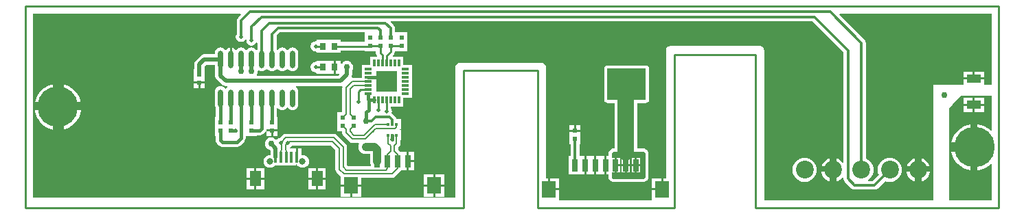
<source format=gtl>
%FSLAX25Y25*%
%MOIN*%
G70*
G01*
G75*
G04 Layer_Physical_Order=1*
G04 Layer_Color=255*
%ADD10R,0.03150X0.05906*%
%ADD11R,0.07087X0.07874*%
%ADD12R,0.07087X0.03937*%
%ADD13R,0.02362X0.02362*%
%ADD14R,0.01654X0.05315*%
%ADD15R,0.05512X0.07480*%
%ADD16R,0.01200X0.01800*%
%ADD17R,0.02756X0.03347*%
%ADD18R,0.10236X0.10236*%
%ADD19R,0.01200X0.03400*%
%ADD20R,0.03400X0.01200*%
%ADD21O,0.02362X0.08661*%
%ADD22C,0.08000*%
%ADD23C,0.01500*%
%ADD24C,0.02000*%
%ADD25C,0.01000*%
%ADD26C,0.01200*%
%ADD27C,0.00800*%
%ADD28C,0.04000*%
%ADD29C,0.05000*%
%ADD30R,0.07218X0.03143*%
%ADD31R,0.03500X0.16700*%
%ADD32R,0.14100X0.03143*%
%ADD33R,0.13100X0.05000*%
%ADD34R,0.03800X0.29600*%
%ADD35R,0.05600X0.30100*%
%ADD36R,0.26100X0.04400*%
%ADD37R,0.18600X0.15300*%
%ADD38C,0.19685*%
%ADD39C,0.08661*%
%ADD40C,0.03228*%
%ADD41C,0.03000*%
%ADD42C,0.02000*%
%ADD43C,0.04000*%
G36*
X469061Y-38300D02*
X465343D01*
Y-35905D01*
X455257D01*
Y-38300D01*
X440800D01*
X440700Y-38400D01*
Y-40200D01*
Y-94761D01*
X358539D01*
Y-21600D01*
X358384Y-20820D01*
X357942Y-20158D01*
X357280Y-19716D01*
X356500Y-19561D01*
X312900D01*
X312120Y-19716D01*
X311458Y-20158D01*
X311016Y-20820D01*
X310861Y-21600D01*
Y-83974D01*
X309623D01*
Y-89412D01*
X309124D01*
Y-89911D01*
X304080D01*
Y-94761D01*
X259048D01*
Y-89911D01*
X254004D01*
Y-89412D01*
X253505D01*
Y-83974D01*
X252739D01*
Y-29700D01*
X252584Y-28920D01*
X252142Y-28258D01*
X251480Y-27816D01*
X250700Y-27661D01*
X210700D01*
X209920Y-27816D01*
X209258Y-28258D01*
X208816Y-28920D01*
X208661Y-29700D01*
Y-93561D01*
X3739D01*
Y-3739D01*
X104379D01*
X104571Y-4201D01*
X103186Y-5586D01*
X102722Y-6281D01*
X102559Y-7100D01*
Y-13705D01*
X102345Y-14025D01*
X102151Y-15000D01*
X102345Y-15976D01*
X102898Y-16802D01*
X103725Y-17355D01*
X104700Y-17549D01*
X105675Y-17355D01*
X106502Y-16802D01*
X106827Y-16316D01*
X107289Y-16507D01*
X107251Y-16700D01*
X107445Y-17675D01*
X107998Y-18502D01*
X108825Y-19055D01*
X109800Y-19249D01*
X110775Y-19055D01*
X111602Y-18502D01*
X112080Y-17787D01*
X112559Y-17932D01*
Y-18200D01*
Y-21288D01*
X112450Y-21430D01*
X111950D01*
X111612Y-20989D01*
X111052Y-20560D01*
X110400Y-20290D01*
X109700Y-20197D01*
X109000Y-20290D01*
X108348Y-20560D01*
X107788Y-20989D01*
X107450Y-21430D01*
X106950D01*
X106612Y-20989D01*
X106052Y-20560D01*
X105400Y-20290D01*
X104700Y-20197D01*
X104000Y-20290D01*
X103348Y-20560D01*
X102788Y-20989D01*
X102450Y-21430D01*
X101950D01*
X101612Y-20989D01*
X101052Y-20560D01*
X100400Y-20290D01*
X100200Y-20263D01*
Y-26052D01*
X99200D01*
Y-20263D01*
X99000Y-20290D01*
X98348Y-20560D01*
X97788Y-20989D01*
X97450Y-21430D01*
X96950D01*
X96612Y-20989D01*
X96052Y-20560D01*
X95400Y-20290D01*
X94700Y-20197D01*
X94000Y-20290D01*
X93348Y-20560D01*
X92788Y-20989D01*
X92358Y-21549D01*
X92088Y-22202D01*
X91996Y-22902D01*
Y-23502D01*
X86749D01*
X85773Y-23696D01*
X84946Y-24249D01*
X82598Y-26598D01*
X82045Y-27424D01*
X81851Y-28400D01*
Y-30682D01*
X81719D01*
Y-36044D01*
Y-36800D01*
X87081D01*
Y-36044D01*
Y-30682D01*
X86949D01*
Y-29456D01*
X87805Y-28600D01*
X91996D01*
Y-29201D01*
X92088Y-29901D01*
X92151Y-30053D01*
Y-34000D01*
X92151Y-34000D01*
X92151D01*
X92345Y-34975D01*
X92898Y-35802D01*
X95398Y-38302D01*
X96224Y-38855D01*
X97200Y-39049D01*
X98102D01*
X98263Y-39522D01*
X97788Y-39887D01*
X97450Y-40327D01*
X96950D01*
X96612Y-39887D01*
X96052Y-39457D01*
X95400Y-39187D01*
X94700Y-39095D01*
X94000Y-39187D01*
X93348Y-39457D01*
X92788Y-39887D01*
X92358Y-40447D01*
X92088Y-41099D01*
X91996Y-41799D01*
Y-48098D01*
X92088Y-48798D01*
X92306Y-49325D01*
Y-54119D01*
X91919D01*
Y-59481D01*
Y-63418D01*
X92306D01*
Y-65300D01*
X92481Y-66178D01*
X92978Y-66922D01*
X93978Y-67922D01*
X93978D01*
X93978Y-67922D01*
X93978Y-67922D01*
Y-67922D01*
X94722Y-68419D01*
X95600Y-68594D01*
X102700D01*
X103578Y-68419D01*
X104322Y-67922D01*
X104322Y-67922D01*
X104322Y-67922D01*
X106322Y-65922D01*
X106819Y-65178D01*
X106994Y-64300D01*
Y-63418D01*
X107019D01*
Y-63418D01*
X112381D01*
Y-63031D01*
X113663D01*
X114541Y-62856D01*
X115285Y-62359D01*
X116322Y-61322D01*
X116540Y-60996D01*
X117019Y-61141D01*
Y-60237D01*
X122381D01*
Y-59481D01*
Y-54119D01*
X121994D01*
Y-49754D01*
X122468Y-49593D01*
X122788Y-50011D01*
X123348Y-50440D01*
X124000Y-50710D01*
X124700Y-50803D01*
X125400Y-50710D01*
X126052Y-50440D01*
X126612Y-50011D01*
X126950Y-49570D01*
X127450D01*
X127788Y-50011D01*
X128348Y-50440D01*
X129000Y-50710D01*
X129700Y-50803D01*
X130400Y-50710D01*
X131052Y-50440D01*
X131612Y-50011D01*
X132042Y-49450D01*
X132312Y-48798D01*
X132404Y-48098D01*
Y-41799D01*
X132312Y-41099D01*
X132042Y-40447D01*
X131612Y-39887D01*
X131137Y-39522D01*
X131298Y-39049D01*
X152900D01*
X153542Y-38921D01*
X153895Y-39275D01*
X153813Y-39689D01*
Y-51682D01*
X151419D01*
Y-57044D01*
Y-60981D01*
X153813D01*
Y-61846D01*
X153813Y-61846D01*
X153813D01*
X153960Y-62587D01*
X154380Y-63215D01*
X157335Y-66170D01*
X157963Y-66590D01*
X158704Y-66737D01*
X161733D01*
X162011Y-67153D01*
X161790Y-67686D01*
X161670Y-68600D01*
X161790Y-69514D01*
X162143Y-70365D01*
X162704Y-71096D01*
X163435Y-71657D01*
X164286Y-72010D01*
X165200Y-72130D01*
X167270D01*
Y-75669D01*
X167390Y-76582D01*
X167725Y-77391D01*
Y-78040D01*
X156630D01*
X156137Y-77548D01*
Y-68654D01*
X155990Y-67913D01*
X155570Y-67285D01*
X151115Y-62830D01*
X150487Y-62410D01*
X149746Y-62263D01*
X126406D01*
X125665Y-62410D01*
X125036Y-62830D01*
X123495Y-64372D01*
X122874Y-64495D01*
X122048Y-65048D01*
X121988Y-65137D01*
X121488Y-65154D01*
X121340Y-64960D01*
X120713Y-64480D01*
X119983Y-64177D01*
X119200Y-64074D01*
X118417Y-64177D01*
X117687Y-64480D01*
X117060Y-64960D01*
X116579Y-65587D01*
X116277Y-66317D01*
X116174Y-67100D01*
X116277Y-67883D01*
X116579Y-68613D01*
X117060Y-69240D01*
X117687Y-69721D01*
X118417Y-70023D01*
X118533Y-70038D01*
X118933Y-70438D01*
Y-72444D01*
X118726Y-72626D01*
X117913Y-72733D01*
X117156Y-73047D01*
X116505Y-73546D01*
X116006Y-74196D01*
X115692Y-74954D01*
X115585Y-75767D01*
X115692Y-76580D01*
X116006Y-77337D01*
X116505Y-77988D01*
X117156Y-78487D01*
X117913Y-78801D01*
X118726Y-78908D01*
X119539Y-78801D01*
X120297Y-78487D01*
X120947Y-77988D01*
X121047Y-77858D01*
X131486D01*
Y-76692D01*
X131754Y-77337D01*
X132153Y-77858D01*
X132153D01*
X132253Y-77988D01*
X132904Y-78487D01*
X133661Y-78801D01*
X134474Y-78908D01*
X135287Y-78801D01*
X136045Y-78487D01*
X136695Y-77988D01*
X137194Y-77337D01*
X137508Y-76580D01*
X137615Y-75767D01*
X137508Y-74954D01*
X137194Y-74196D01*
X136695Y-73546D01*
X136045Y-73047D01*
X135287Y-72733D01*
X134474Y-72626D01*
X134421Y-72633D01*
X134045Y-72303D01*
Y-69542D01*
X132218D01*
Y-73591D01*
X132134Y-73701D01*
D01*
X131754Y-74196D01*
X131486Y-74842D01*
Y-73701D01*
Y-69542D01*
X128457D01*
X128312Y-69064D01*
X129002Y-68602D01*
X129447Y-67937D01*
X148198D01*
X150463Y-70202D01*
Y-79700D01*
X150463Y-79700D01*
X150463D01*
X150610Y-80441D01*
X151030Y-81070D01*
X152961Y-83001D01*
Y-86980D01*
X163048D01*
Y-83787D01*
X177892D01*
X178634Y-83640D01*
X179262Y-83220D01*
X180441Y-82041D01*
X182012Y-80470D01*
X182245Y-80121D01*
X185064D01*
Y-75669D01*
Y-71216D01*
X182203D01*
X182012Y-70930D01*
X181019Y-69937D01*
Y-68802D01*
X181470Y-68352D01*
X181890Y-67723D01*
X182037Y-66982D01*
Y-65358D01*
X182200D01*
Y-60558D01*
X181875D01*
X181639Y-60116D01*
X181717Y-60000D01*
X182200D01*
Y-55200D01*
X180182D01*
X180078Y-54681D01*
X179614Y-53986D01*
X178314Y-52686D01*
X177738Y-52301D01*
X177755Y-52276D01*
X177949Y-51300D01*
X177755Y-50324D01*
X177439Y-49852D01*
Y-48950D01*
X183405D01*
Y-44805D01*
X187550D01*
Y-42837D01*
Y-40868D01*
Y-38900D01*
Y-36931D01*
Y-32732D01*
Y-28795D01*
X183405D01*
Y-24650D01*
X178387D01*
X178196Y-24188D01*
X178642Y-23742D01*
X178642Y-23742D01*
X178907Y-23345D01*
X179084Y-23080D01*
X179239Y-22300D01*
Y-21981D01*
X185181D01*
Y-18044D01*
Y-12682D01*
X179341D01*
Y-10900D01*
X179178Y-10081D01*
X178714Y-9386D01*
X177231Y-7903D01*
X177422Y-7441D01*
X382013D01*
X397059Y-22487D01*
Y-76156D01*
X396588Y-76324D01*
X396122Y-75757D01*
X395235Y-75029D01*
X394222Y-74487D01*
X393123Y-74154D01*
X392479Y-74090D01*
Y-79901D01*
Y-85710D01*
X393123Y-85646D01*
X394222Y-85313D01*
X395235Y-84772D01*
X396122Y-84043D01*
X396588Y-83476D01*
X397059Y-83644D01*
Y-84200D01*
X397222Y-85019D01*
X397222Y-85019D01*
X397222Y-85019D01*
X397686Y-85714D01*
X400886Y-88914D01*
X401581Y-89378D01*
X401581Y-89378D01*
X401581Y-89378D01*
D01*
X401581Y-89378D01*
X401581Y-89378D01*
X402400Y-89541D01*
X412039D01*
X412858Y-89378D01*
X413553Y-88914D01*
X413553Y-88914D01*
X413553Y-88914D01*
X417203Y-85263D01*
X417297Y-85313D01*
X418396Y-85646D01*
X419539Y-85759D01*
X420682Y-85646D01*
X421781Y-85313D01*
X422794Y-84772D01*
X423681Y-84043D01*
X424410Y-83155D01*
X424952Y-82142D01*
X425285Y-81043D01*
X425397Y-79900D01*
X425285Y-78757D01*
X424952Y-77658D01*
X424410Y-76645D01*
X423681Y-75757D01*
X422794Y-75029D01*
X421781Y-74487D01*
X420682Y-74154D01*
X419539Y-74041D01*
X418396Y-74154D01*
X417297Y-74487D01*
X416284Y-75029D01*
X415396Y-75757D01*
X414667Y-76645D01*
X414126Y-77658D01*
X413792Y-78757D01*
X413680Y-79900D01*
X413792Y-81043D01*
X414126Y-82142D01*
X414175Y-82235D01*
X411152Y-85259D01*
X409131D01*
X409010Y-84774D01*
X409014Y-84772D01*
X409902Y-84043D01*
X410631Y-83155D01*
X411172Y-82142D01*
X411505Y-81043D01*
X411618Y-79900D01*
X411505Y-78757D01*
X411172Y-77658D01*
X410631Y-76645D01*
X409902Y-75757D01*
X409014Y-75029D01*
X408001Y-74487D01*
X407900Y-74456D01*
Y-17959D01*
X407737Y-17140D01*
X407273Y-16445D01*
X395029Y-4201D01*
X395220Y-3739D01*
X469061D01*
Y-38300D01*
D02*
G37*
G36*
Y-60585D02*
X468607Y-60794D01*
X467317Y-59693D01*
X465795Y-58760D01*
X464146Y-58077D01*
X462410Y-57660D01*
X461130Y-57559D01*
Y-68899D01*
Y-80236D01*
X462410Y-80135D01*
X464146Y-79718D01*
X465795Y-79035D01*
X467317Y-78102D01*
X468607Y-77001D01*
X469061Y-77210D01*
Y-94761D01*
X448400D01*
Y-62000D01*
Y-50106D01*
X451734Y-46141D01*
X453886Y-43584D01*
X469061D01*
Y-60585D01*
D02*
G37*
G36*
X164719Y-17565D02*
X153006D01*
Y-16431D01*
X147454D01*
X147453Y-16431D01*
Y-16431D01*
X147250Y-16431D01*
X147175D01*
X147100D01*
X146896Y-16431D01*
X146896Y-16431D01*
Y-16431D01*
X141344D01*
Y-16749D01*
X140958Y-17066D01*
X140904Y-17055D01*
X139929Y-17249D01*
X139102Y-17802D01*
X138549Y-18629D01*
X138355Y-19604D01*
X138549Y-20580D01*
X139102Y-21407D01*
X139929Y-21959D01*
X140904Y-22153D01*
X140958Y-22142D01*
X141344Y-22460D01*
Y-22777D01*
X147100D01*
Y-22777D01*
X147250D01*
X147453Y-22777D01*
X147454Y-22777D01*
Y-22777D01*
X153006D01*
Y-21643D01*
X164719D01*
Y-21981D01*
X170161D01*
Y-22800D01*
X170316Y-23580D01*
X170736Y-24209D01*
X170500Y-24650D01*
X167394D01*
Y-28795D01*
X163250D01*
Y-32994D01*
Y-34947D01*
X158554D01*
X158525Y-34953D01*
X158247Y-34537D01*
X158355Y-34376D01*
X158549Y-33400D01*
X158549Y-33400D01*
X158549Y-33400D01*
Y-33400D01*
Y-31406D01*
X158621Y-31313D01*
X158923Y-30583D01*
X159026Y-29800D01*
X158923Y-29017D01*
X158621Y-28287D01*
X158140Y-27660D01*
X157513Y-27180D01*
X156783Y-26877D01*
X156000Y-26774D01*
X155217Y-26877D01*
X154487Y-27180D01*
X153860Y-27660D01*
X153512Y-28114D01*
X153039Y-27954D01*
Y-26605D01*
X150661D01*
Y-29779D01*
Y-32951D01*
X152191D01*
X152382Y-33413D01*
X151844Y-33951D01*
X112396D01*
X112175Y-33503D01*
X112320Y-33313D01*
X112623Y-32583D01*
X112726Y-31800D01*
X112704Y-31631D01*
X113137Y-31381D01*
X113348Y-31543D01*
X114000Y-31813D01*
X114700Y-31905D01*
X115400Y-31813D01*
X116052Y-31543D01*
X116612Y-31113D01*
X116950Y-30673D01*
X117450D01*
X117788Y-31113D01*
X118348Y-31543D01*
X119000Y-31813D01*
X119700Y-31905D01*
X120400Y-31813D01*
X121052Y-31543D01*
X121612Y-31113D01*
X121950Y-30673D01*
X122450D01*
X122788Y-31113D01*
X123348Y-31543D01*
X124000Y-31813D01*
X124700Y-31905D01*
X125400Y-31813D01*
X126052Y-31543D01*
X126612Y-31113D01*
X126950Y-30673D01*
X127450D01*
X127788Y-31113D01*
X128348Y-31543D01*
X129000Y-31813D01*
X129700Y-31905D01*
X130400Y-31813D01*
X131052Y-31543D01*
X131612Y-31113D01*
X132042Y-30553D01*
X132312Y-29901D01*
X132404Y-29201D01*
Y-22902D01*
X132312Y-22202D01*
X132042Y-21549D01*
X131612Y-20989D01*
X131052Y-20560D01*
X130400Y-20290D01*
X129700Y-20197D01*
X129000Y-20290D01*
X128348Y-20560D01*
X127788Y-20989D01*
X127450Y-21430D01*
X126950D01*
X126612Y-20989D01*
X126052Y-20560D01*
X125400Y-20290D01*
X124700Y-20197D01*
X124000Y-20290D01*
X123348Y-20560D01*
X122788Y-20989D01*
X122450Y-21430D01*
X121950D01*
X121841Y-21288D01*
Y-18700D01*
Y-14487D01*
X123487Y-12841D01*
X164719D01*
Y-17565D01*
D02*
G37*
%LPC*%
G36*
X115852Y-78991D02*
X112097D01*
Y-83732D01*
X115852D01*
Y-78991D01*
D02*
G37*
G36*
X141018D02*
X137262D01*
Y-83732D01*
X141018D01*
Y-78991D01*
D02*
G37*
G36*
X432818Y-80400D02*
X427508D01*
X427572Y-81043D01*
X427905Y-82142D01*
X428447Y-83155D01*
X429175Y-84043D01*
X430063Y-84772D01*
X431076Y-85313D01*
X432175Y-85646D01*
X432818Y-85710D01*
Y-80400D01*
D02*
G37*
G36*
X439128D02*
X433818D01*
Y-85710D01*
X434461Y-85646D01*
X435560Y-85313D01*
X436573Y-84772D01*
X437461Y-84043D01*
X438190Y-83155D01*
X438731Y-82142D01*
X439065Y-81043D01*
X439128Y-80400D01*
D02*
G37*
G36*
X111097Y-78991D02*
X107341D01*
Y-83732D01*
X111097D01*
Y-78991D01*
D02*
G37*
G36*
X460130Y-69398D02*
X449292D01*
X449392Y-70678D01*
X449809Y-72413D01*
X450492Y-74063D01*
X451425Y-75585D01*
X452585Y-76943D01*
X453942Y-78102D01*
X455465Y-79035D01*
X457114Y-79718D01*
X458850Y-80135D01*
X460130Y-80236D01*
Y-69398D01*
D02*
G37*
G36*
X188639Y-76169D02*
X186064D01*
Y-80121D01*
X188639D01*
Y-76169D01*
D02*
G37*
G36*
X391479Y-74090D02*
X390837Y-74154D01*
X389737Y-74487D01*
X388724Y-75029D01*
X387837Y-75757D01*
X387108Y-76645D01*
X386567Y-77658D01*
X386233Y-78757D01*
X386170Y-79400D01*
X391479D01*
Y-74090D01*
D02*
G37*
G36*
X281064Y-73147D02*
X277143D01*
Y-77601D01*
Y-82053D01*
X281064D01*
Y-77601D01*
Y-73147D01*
D02*
G37*
G36*
X145774Y-78991D02*
X142018D01*
Y-83732D01*
X145774D01*
Y-78991D01*
D02*
G37*
G36*
X269456Y-61300D02*
X264094D01*
Y-63481D01*
Y-67418D01*
X264634D01*
Y-73147D01*
X263725D01*
Y-82053D01*
X271221D01*
Y-77601D01*
Y-73147D01*
X268916D01*
Y-67418D01*
X269456D01*
Y-63481D01*
Y-61300D01*
D02*
G37*
G36*
X276143Y-73147D02*
X272221D01*
Y-77601D01*
Y-82053D01*
X276143D01*
Y-77601D01*
Y-73147D01*
D02*
G37*
G36*
X391479Y-80400D02*
X386170D01*
X386233Y-81043D01*
X386567Y-82142D01*
X387108Y-83155D01*
X387837Y-84043D01*
X388724Y-84772D01*
X389737Y-85313D01*
X390837Y-85646D01*
X391479Y-85710D01*
Y-80400D01*
D02*
G37*
G36*
X111097Y-84732D02*
X107341D01*
Y-89472D01*
X111097D01*
Y-84732D01*
D02*
G37*
G36*
X115852D02*
X112097D01*
Y-89472D01*
X115852D01*
Y-84732D01*
D02*
G37*
G36*
X141018D02*
X137262D01*
Y-89472D01*
X141018D01*
Y-84732D01*
D02*
G37*
G36*
X203402Y-87980D02*
X198859D01*
Y-92917D01*
X203402D01*
Y-87980D01*
D02*
G37*
G36*
X157505D02*
X152961D01*
Y-92917D01*
X157505D01*
Y-87980D01*
D02*
G37*
G36*
X163048D02*
X158505D01*
Y-92917D01*
X163048D01*
Y-87980D01*
D02*
G37*
G36*
X197859D02*
X193316D01*
Y-92917D01*
X197859D01*
Y-87980D01*
D02*
G37*
G36*
X203402Y-82042D02*
X198859D01*
Y-86980D01*
X203402D01*
Y-82042D01*
D02*
G37*
G36*
X301100Y-28971D02*
X282500D01*
X281915Y-29087D01*
X281419Y-29419D01*
X281087Y-29915D01*
X280971Y-30500D01*
Y-45800D01*
X281087Y-46385D01*
X281419Y-46881D01*
X281915Y-47213D01*
X282500Y-47329D01*
X285859D01*
Y-50500D01*
Y-69471D01*
X285308D01*
X285069Y-69518D01*
X284826Y-69549D01*
X284778Y-69576D01*
X284723Y-69587D01*
X284520Y-69723D01*
X284307Y-69844D01*
X283614Y-70444D01*
X283614Y-70444D01*
D01*
X283499Y-70544D01*
X283465Y-70588D01*
X283419Y-70619D01*
X283283Y-70822D01*
X283133Y-71015D01*
X283118Y-71069D01*
X283087Y-71115D01*
X283039Y-71355D01*
X282975Y-71590D01*
X282981Y-71645D01*
X282971Y-71700D01*
Y-73147D01*
X282064D01*
Y-77601D01*
Y-82053D01*
X282971D01*
Y-83600D01*
X282981Y-83654D01*
X282975Y-83710D01*
X283039Y-83945D01*
X283087Y-84185D01*
X283118Y-84232D01*
X283133Y-84285D01*
X283283Y-84478D01*
X283419Y-84681D01*
X283465Y-84712D01*
X283499Y-84756D01*
X284076Y-85256D01*
X284076Y-85256D01*
X284307Y-85456D01*
X284520Y-85577D01*
X284723Y-85713D01*
X284778Y-85724D01*
X284826Y-85751D01*
X285069Y-85782D01*
X285308Y-85829D01*
X299976D01*
X300216Y-85782D01*
X300459Y-85751D01*
X300507Y-85724D01*
X300561Y-85713D01*
X300765Y-85577D01*
X300977Y-85456D01*
X301555Y-84956D01*
X301555Y-84956D01*
X301901Y-84656D01*
X301935Y-84612D01*
X301981Y-84581D01*
X302117Y-84378D01*
X302267Y-84185D01*
X302282Y-84131D01*
X302313Y-84085D01*
X302361Y-83845D01*
X302426Y-83610D01*
X302418Y-83555D01*
X302429Y-83500D01*
Y-81200D01*
Y-71600D01*
X302418Y-71545D01*
X302426Y-71490D01*
X302361Y-71255D01*
X302313Y-71015D01*
X302282Y-70969D01*
X302267Y-70915D01*
X302117Y-70722D01*
X301981Y-70519D01*
X301935Y-70488D01*
X301901Y-70444D01*
X301208Y-69844D01*
X300996Y-69723D01*
X300792Y-69587D01*
X300738Y-69576D01*
X300690Y-69549D01*
X300447Y-69518D01*
X300207Y-69471D01*
X296954D01*
Y-50500D01*
Y-47329D01*
X301100D01*
X301685Y-47213D01*
X302181Y-46881D01*
X302513Y-46385D01*
X302629Y-45800D01*
Y-30500D01*
X302513Y-29915D01*
X302181Y-29419D01*
X301685Y-29087D01*
X301100Y-28971D01*
D02*
G37*
G36*
X378200Y-74041D02*
X377057Y-74154D01*
X375958Y-74487D01*
X374945Y-75029D01*
X374057Y-75757D01*
X373328Y-76645D01*
X372787Y-77658D01*
X372454Y-78757D01*
X372341Y-79900D01*
X372454Y-81043D01*
X372787Y-82142D01*
X373328Y-83155D01*
X374057Y-84043D01*
X374945Y-84772D01*
X375958Y-85313D01*
X377057Y-85646D01*
X378200Y-85759D01*
X379343Y-85646D01*
X380442Y-85313D01*
X381455Y-84772D01*
X382343Y-84043D01*
X383071Y-83155D01*
X383613Y-82142D01*
X383946Y-81043D01*
X384059Y-79900D01*
X383946Y-78757D01*
X383613Y-77658D01*
X383071Y-76645D01*
X382343Y-75757D01*
X381455Y-75029D01*
X380442Y-74487D01*
X379343Y-74154D01*
X378200Y-74041D01*
D02*
G37*
G36*
X197859Y-82042D02*
X193316D01*
Y-86980D01*
X197859D01*
Y-82042D01*
D02*
G37*
G36*
X145774Y-84732D02*
X142018D01*
Y-89472D01*
X145774D01*
Y-84732D01*
D02*
G37*
G36*
X259048Y-83974D02*
X254505D01*
Y-88911D01*
X259048D01*
Y-83974D01*
D02*
G37*
G36*
X308623D02*
X304080D01*
Y-88911D01*
X308623D01*
Y-83974D01*
D02*
G37*
G36*
X459800Y-48700D02*
X455257D01*
Y-51669D01*
X459800D01*
Y-48700D01*
D02*
G37*
G36*
X269456Y-58119D02*
X267275D01*
Y-60300D01*
X269456D01*
Y-58119D01*
D02*
G37*
G36*
X15248Y-37874D02*
X13968Y-37975D01*
X12232Y-38392D01*
X10583Y-39075D01*
X9060Y-40008D01*
X7703Y-41167D01*
X6543Y-42525D01*
X5610Y-44047D01*
X4927Y-45697D01*
X4510Y-47433D01*
X4410Y-48713D01*
X15248D01*
Y-37874D01*
D02*
G37*
G36*
X465343Y-48700D02*
X460800D01*
Y-51669D01*
X465343D01*
Y-48700D01*
D02*
G37*
G36*
X15248Y-49713D02*
X4410D01*
X4510Y-50993D01*
X4927Y-52728D01*
X5610Y-54378D01*
X6543Y-55900D01*
X7703Y-57258D01*
X9060Y-58417D01*
X10583Y-59350D01*
X12232Y-60033D01*
X13968Y-60450D01*
X15248Y-60551D01*
Y-49713D01*
D02*
G37*
G36*
X122381Y-61237D02*
X120200D01*
Y-63418D01*
X122381D01*
Y-61237D01*
D02*
G37*
G36*
X266275Y-58119D02*
X264094D01*
Y-60300D01*
X266275D01*
Y-58119D01*
D02*
G37*
G36*
X27086Y-49713D02*
X16248D01*
Y-60551D01*
X17528Y-60450D01*
X19264Y-60033D01*
X20913Y-59350D01*
X22436Y-58417D01*
X23793Y-57258D01*
X24953Y-55900D01*
X25885Y-54378D01*
X26569Y-52728D01*
X26985Y-50993D01*
X27086Y-49713D01*
D02*
G37*
G36*
X459800Y-31936D02*
X455257D01*
Y-34905D01*
X459800D01*
Y-31936D01*
D02*
G37*
G36*
X87081Y-37800D02*
X84900D01*
Y-39981D01*
X87081D01*
Y-37800D01*
D02*
G37*
G36*
X147487Y-26605D02*
Y-26605D01*
X147283Y-26605D01*
X147208D01*
X147133D01*
X146929Y-26605D01*
X146929Y-26605D01*
Y-26605D01*
X141377D01*
Y-26922D01*
X140991Y-27240D01*
X140937Y-27229D01*
X139962Y-27423D01*
X139135Y-27975D01*
X138582Y-28802D01*
X138388Y-29778D01*
X138582Y-30753D01*
X139135Y-31580D01*
X139962Y-32133D01*
X140937Y-32327D01*
X140991Y-32316D01*
X141377Y-32634D01*
Y-32951D01*
X147133D01*
Y-32951D01*
X147283D01*
X147487Y-32951D01*
X147487Y-32951D01*
Y-32951D01*
X149661D01*
Y-29779D01*
Y-26605D01*
X147487D01*
X147487Y-26605D01*
D02*
G37*
G36*
X465343Y-31936D02*
X460800D01*
Y-34905D01*
X465343D01*
Y-31936D01*
D02*
G37*
G36*
X459800Y-44732D02*
X455257D01*
Y-47700D01*
X459800D01*
Y-44732D01*
D02*
G37*
G36*
X16248Y-37874D02*
Y-48713D01*
X27086D01*
X26985Y-47433D01*
X26569Y-45697D01*
X25885Y-44047D01*
X24953Y-42525D01*
X23793Y-41167D01*
X22436Y-40008D01*
X20913Y-39075D01*
X19264Y-38392D01*
X17528Y-37975D01*
X16248Y-37874D01*
D02*
G37*
G36*
X83900Y-37800D02*
X81719D01*
Y-39981D01*
X83900D01*
Y-37800D01*
D02*
G37*
G36*
X465343Y-44732D02*
X460800D01*
Y-47700D01*
X465343D01*
Y-44732D01*
D02*
G37*
G36*
X188639Y-71216D02*
X186064D01*
Y-75169D01*
X188639D01*
Y-71216D01*
D02*
G37*
G36*
X432818Y-74090D02*
X432175Y-74154D01*
X431076Y-74487D01*
X430063Y-75029D01*
X429175Y-75757D01*
X428447Y-76645D01*
X427905Y-77658D01*
X427572Y-78757D01*
X427508Y-79400D01*
X432818D01*
Y-74090D01*
D02*
G37*
G36*
X433818D02*
Y-79400D01*
X439128D01*
X439065Y-78757D01*
X438731Y-77658D01*
X438190Y-76645D01*
X437461Y-75757D01*
X436573Y-75029D01*
X435560Y-74487D01*
X434461Y-74154D01*
X433818Y-74090D01*
D02*
G37*
G36*
X119200Y-61237D02*
X117019D01*
Y-63418D01*
X119200D01*
Y-61237D01*
D02*
G37*
G36*
X460130Y-57559D02*
X458850Y-57660D01*
X457114Y-58077D01*
X455465Y-58760D01*
X453942Y-59693D01*
X452585Y-60852D01*
X451425Y-62210D01*
X450492Y-63732D01*
X449809Y-65382D01*
X449392Y-67118D01*
X449292Y-68398D01*
X460130D01*
Y-57559D01*
D02*
G37*
%LPD*%
G36*
X291906Y-71450D02*
X292382Y-71355D01*
X292913Y-71000D01*
X300207D01*
X300900Y-71600D01*
Y-81200D01*
Y-83500D01*
X300553Y-83800D01*
X299976Y-84300D01*
X285308D01*
X285078Y-84100D01*
X284500Y-83600D01*
Y-81800D01*
Y-81053D01*
X285985D01*
Y-77601D01*
Y-74147D01*
X284500D01*
Y-73400D01*
Y-71700D01*
X284615Y-71600D01*
X285308Y-71000D01*
X289900D01*
X290431Y-71355D01*
X290906Y-71450D01*
Y-68999D01*
X291906D01*
Y-71450D01*
D02*
G37*
%LPC*%
G36*
X295828Y-78100D02*
X294253D01*
Y-81053D01*
X295828D01*
Y-78100D01*
D02*
G37*
G36*
X293481D02*
X291906D01*
Y-81053D01*
X293481D01*
Y-78100D01*
D02*
G37*
G36*
X288560Y-74147D02*
X286985D01*
Y-77100D01*
X288560D01*
Y-74147D01*
D02*
G37*
G36*
X298402Y-78100D02*
X296828D01*
Y-81053D01*
X298402D01*
Y-78100D01*
D02*
G37*
G36*
X293481Y-74147D02*
X291906D01*
Y-77100D01*
X293481D01*
Y-74147D01*
D02*
G37*
G36*
X295828D02*
X294253D01*
Y-77100D01*
X295828D01*
Y-74147D01*
D02*
G37*
G36*
X298402D02*
X296828D01*
Y-77100D01*
X298402D01*
Y-74147D01*
D02*
G37*
G36*
X290906Y-78100D02*
X289332D01*
Y-81053D01*
X290906D01*
Y-78100D01*
D02*
G37*
G36*
X288560D02*
X286985D01*
Y-81053D01*
X288560D01*
Y-78100D01*
D02*
G37*
G36*
X290906Y-74147D02*
X289332D01*
Y-77100D01*
X290906D01*
Y-74147D01*
D02*
G37*
%LPD*%
D10*
X296328Y-77600D02*
D03*
X291406D02*
D03*
X286485D02*
D03*
X281564D02*
D03*
X276642D02*
D03*
X271721D02*
D03*
X266800D02*
D03*
X170800Y-75669D02*
D03*
X175721D02*
D03*
X180642D02*
D03*
X185564D02*
D03*
D11*
X254005Y-89411D02*
D03*
X309123D02*
D03*
X198359Y-87480D02*
D03*
X158005D02*
D03*
D12*
X460300Y-48200D02*
D03*
Y-35405D02*
D03*
D13*
X266775Y-64737D02*
D03*
Y-60800D02*
D03*
X94600Y-60737D02*
D03*
Y-56800D02*
D03*
X99800Y-60737D02*
D03*
Y-56800D02*
D03*
X109700Y-60737D02*
D03*
Y-56800D02*
D03*
X119700Y-60737D02*
D03*
Y-56800D02*
D03*
X154100Y-58300D02*
D03*
Y-54363D02*
D03*
X159200Y-58300D02*
D03*
Y-54363D02*
D03*
X167400Y-15363D02*
D03*
Y-19300D02*
D03*
X172200Y-15363D02*
D03*
Y-19300D02*
D03*
X177200Y-15363D02*
D03*
Y-19300D02*
D03*
X182500Y-15363D02*
D03*
Y-19300D02*
D03*
X84400Y-33363D02*
D03*
Y-37300D02*
D03*
D14*
X126600Y-73700D02*
D03*
X124041D02*
D03*
X129159D02*
D03*
X131718D02*
D03*
X121482D02*
D03*
D15*
X111597Y-84232D02*
D03*
X141518D02*
D03*
D16*
X180100Y-62958D02*
D03*
X176131D02*
D03*
X178100D02*
D03*
X180100Y-57600D02*
D03*
X178100D02*
D03*
X176131D02*
D03*
D17*
X144255Y-29778D02*
D03*
X150161D02*
D03*
X144222Y-19604D02*
D03*
X150127D02*
D03*
D18*
X175400Y-36800D02*
D03*
D19*
X169494Y-27850D02*
D03*
X171463D02*
D03*
X173432D02*
D03*
X175400D02*
D03*
X177368D02*
D03*
X179337D02*
D03*
X181306D02*
D03*
Y-45750D02*
D03*
X179337D02*
D03*
X177368D02*
D03*
X175400D02*
D03*
X173432D02*
D03*
X171463D02*
D03*
X169494D02*
D03*
D20*
X184350Y-30895D02*
D03*
Y-32863D02*
D03*
Y-34832D02*
D03*
Y-36800D02*
D03*
Y-38769D02*
D03*
Y-40737D02*
D03*
Y-42706D02*
D03*
X166450D02*
D03*
Y-40737D02*
D03*
Y-38769D02*
D03*
Y-36800D02*
D03*
Y-34832D02*
D03*
Y-32863D02*
D03*
Y-30895D02*
D03*
D21*
X129700Y-26051D02*
D03*
X124700D02*
D03*
X119700D02*
D03*
X114700D02*
D03*
X109700D02*
D03*
X104700D02*
D03*
X99700D02*
D03*
X94700D02*
D03*
X129700Y-44949D02*
D03*
X124700D02*
D03*
X119700D02*
D03*
X114700D02*
D03*
X109700D02*
D03*
X104700D02*
D03*
X99700D02*
D03*
X94700D02*
D03*
D22*
X291406Y-50500D02*
Y-40800D01*
Y-71450D02*
Y-50500D01*
D23*
X99800Y-60737D02*
X102137D01*
X173432Y-34832D02*
X175400Y-36800D01*
X166450Y-34832D02*
X173432D01*
X94600Y-56800D02*
Y-45049D01*
X94700Y-44949D01*
X99800Y-56800D02*
Y-45049D01*
X99700Y-44949D02*
X99800Y-45049D01*
X104700Y-64300D02*
Y-44949D01*
X102700Y-66300D02*
X104700Y-64300D01*
X95600Y-66300D02*
X102700D01*
X94600Y-65300D02*
X95600Y-66300D01*
X94600Y-65300D02*
Y-60737D01*
X109700Y-56800D02*
Y-44949D01*
X114700Y-59700D02*
Y-44949D01*
X113663Y-60737D02*
X114700Y-59700D01*
X109700Y-60737D02*
X113663D01*
X119700Y-56800D02*
Y-44949D01*
X166450Y-45550D02*
Y-42706D01*
X166650Y-50650D02*
Y-45750D01*
X165400Y-51900D02*
X166650Y-50650D01*
Y-45750D02*
X169494D01*
X165400Y-56200D02*
Y-51900D01*
X178100Y-65000D02*
Y-62958D01*
D24*
X84400Y-33363D02*
Y-28400D01*
X86749Y-26051D01*
X94700D01*
X104700Y-31800D02*
Y-26051D01*
X109700Y-31800D02*
Y-26051D01*
X121482Y-73700D02*
Y-69382D01*
X119200Y-67100D02*
X121482Y-69382D01*
X94700Y-34000D02*
Y-26051D01*
Y-34000D02*
X97200Y-36500D01*
X152900D01*
X156000Y-33400D01*
Y-29800D01*
D25*
X167400Y-19300D02*
X172200D01*
X177200Y-22300D02*
Y-19300D01*
X175400Y-24100D02*
X177200Y-22300D01*
X175400Y-27850D02*
Y-24100D01*
X177200Y-19300D02*
X182500D01*
X172200Y-22800D02*
Y-19300D01*
Y-22800D02*
X173432Y-24032D01*
Y-27850D02*
Y-24032D01*
X162763Y-40737D02*
X166450D01*
X161800Y-41700D02*
X162763Y-40737D01*
X161800Y-46600D02*
Y-41700D01*
X150127Y-19604D02*
X167096D01*
X167400Y-19300D01*
X140904Y-19604D02*
X144222D01*
X140937Y-29778D02*
X144255D01*
X171463Y-50837D02*
Y-45750D01*
X175400Y-51300D02*
Y-45750D01*
X354331Y-98425D02*
X472441D01*
X248700D02*
X314900D01*
X0D02*
Y0D01*
X472441D01*
X0Y-98425D02*
X212598D01*
X472441D02*
Y0D01*
X212598Y-98425D02*
Y-31496D01*
X212500D02*
X248700D01*
Y-98425D02*
Y-31496D01*
X354331Y-98425D02*
Y-23622D01*
X314900D02*
X354331D01*
X314900Y-98425D02*
Y-23622D01*
D26*
X172200Y-15363D02*
Y-11800D01*
X177200Y-15363D02*
Y-10900D01*
X114700Y-26051D02*
Y-21500D01*
X171100Y-10700D02*
X172200Y-11800D01*
X174700Y-8400D02*
X177200Y-10900D01*
X412039Y-87400D02*
X419539Y-79900D01*
X402400Y-87400D02*
X412039D01*
X399200Y-84200D02*
X402400Y-87400D01*
X399200Y-84200D02*
Y-21600D01*
X382900Y-5300D02*
X399200Y-21600D01*
X405759Y-79900D02*
Y-17959D01*
X390600Y-2800D02*
X405759Y-17959D01*
X266775Y-77069D02*
Y-64737D01*
X178100Y-57600D02*
Y-55500D01*
X176800Y-54200D02*
X178100Y-55500D01*
X169900Y-54200D02*
X176800D01*
X167900Y-56200D02*
X169900Y-54200D01*
X165400Y-56200D02*
X167900D01*
X104700Y-7100D02*
X109000Y-2800D01*
X104700Y-15000D02*
Y-7100D01*
X109000Y-2800D02*
X390600D01*
X109800Y-10200D02*
X114700Y-5300D01*
X382900D01*
X109800Y-16700D02*
Y-15400D01*
Y-10200D01*
X127600Y-8400D02*
X174700D01*
X114700Y-12100D02*
X118400Y-8400D01*
X127600D01*
X114700Y-21500D02*
Y-18200D01*
Y-12100D01*
X128800Y-10700D02*
X171100D01*
X119700Y-13600D02*
X122600Y-10700D01*
X128800D01*
X119700Y-26051D02*
Y-18700D01*
Y-13600D01*
D27*
X164300Y-38769D02*
X166450D01*
X164216Y-38684D02*
X164300Y-38769D01*
X159300Y-38684D02*
X164216D01*
X164300Y-36800D02*
X166450D01*
X164216Y-36884D02*
X164300Y-36800D01*
X158554Y-36884D02*
X164216D01*
X157550Y-52713D02*
X159200Y-54363D01*
X154100D02*
X155750Y-52713D01*
X157550D02*
Y-40434D01*
X159300Y-38684D01*
X155750Y-52713D02*
Y-39689D01*
X156719Y-38719D01*
X158554Y-36884D01*
X157550Y-61100D02*
Y-59950D01*
Y-61100D02*
X159450Y-63000D01*
X155750Y-61846D02*
X158704Y-64800D01*
X154100Y-58300D02*
X155750Y-59950D01*
Y-61846D02*
Y-59950D01*
X158704Y-64800D02*
X165046D01*
X157550Y-59950D02*
X159200Y-58300D01*
X159450Y-63000D02*
X164300D01*
X169700Y-57600D02*
X176131D01*
X164300Y-63000D02*
X167600Y-59700D01*
X169700Y-57600D01*
X180100Y-59000D02*
Y-57600D01*
X179200Y-59900D02*
X180100Y-59000D01*
X169946Y-59900D02*
X179200D01*
X168023Y-61823D02*
X169946Y-59900D01*
X165046Y-64800D02*
X168023Y-61823D01*
X168873Y-60973D01*
X175721Y-75669D02*
Y-72300D01*
X177282Y-70739D01*
X180642Y-75669D02*
Y-72300D01*
X179082Y-70739D02*
X180642Y-72300D01*
X124041Y-73700D02*
Y-70600D01*
X124420Y-70221D01*
X126600Y-73700D02*
Y-70600D01*
X126221Y-70221D02*
X126600Y-70600D01*
X126221Y-70221D02*
Y-67779D01*
X127200Y-66800D01*
X124420Y-70221D02*
Y-67421D01*
X123850Y-66850D02*
X124420Y-67421D01*
X123850Y-66850D02*
Y-66756D01*
X126406Y-64200D01*
X127200Y-66800D02*
X128000Y-66000D01*
X175721Y-79100D02*
Y-75669D01*
X180642Y-79100D02*
Y-75669D01*
X126406Y-64200D02*
X149746D01*
X128000Y-66000D02*
X149000D01*
X152400Y-69400D01*
Y-79700D02*
Y-69400D01*
Y-79700D02*
X154550Y-81850D01*
X149746Y-64200D02*
X154200Y-68654D01*
Y-78350D02*
X155827Y-79977D01*
X154200Y-78350D02*
Y-68654D01*
X155827Y-79977D02*
X165523D01*
X174844D02*
X175721Y-79100D01*
X165523Y-79977D02*
X174844D01*
X154550Y-81850D02*
X164850D01*
X177892D01*
X179071Y-80671D01*
X180642Y-79100D01*
X179082Y-70739D02*
Y-68000D01*
X180100Y-66982D01*
Y-62958D01*
X177282Y-70739D02*
Y-68100D01*
X176131Y-66950D02*
X177282Y-68100D01*
X176131Y-66950D02*
Y-62958D01*
D28*
X170800Y-75669D02*
Y-70000D01*
X169400Y-68600D02*
X170800Y-70000D01*
X165200Y-68600D02*
X169400D01*
D29*
X460400Y-68668D02*
X460630Y-68898D01*
D30*
X388871Y-79471D02*
D03*
D31*
X392011Y-80250D02*
D03*
X433350D02*
D03*
D32*
X433650Y-79471D02*
D03*
D33*
X455550Y-68800D02*
D03*
D34*
X460400Y-69100D02*
D03*
D35*
X15900Y-49550D02*
D03*
D36*
X17050Y-48700D02*
D03*
D37*
X291800Y-38150D02*
D03*
D38*
X15748Y-49213D02*
D03*
X460630Y-68898D02*
D03*
D39*
X378200Y-79900D02*
D03*
X391980D02*
D03*
X405759D02*
D03*
X419539D02*
D03*
X433318D02*
D03*
D40*
X118726Y-75767D02*
D03*
X134474D02*
D03*
D41*
X420900Y-8900D02*
D03*
X417600Y-33500D02*
D03*
X451100Y-20000D02*
D03*
X430100Y-23900D02*
D03*
X425500Y-38000D02*
D03*
X197500Y-53900D02*
D03*
X198500Y-64800D02*
D03*
X274300Y-10500D02*
D03*
X433000Y-18700D02*
D03*
X436400Y-33700D02*
D03*
X446000Y-43500D02*
D03*
X274400Y-43900D02*
D03*
X210500Y-24900D02*
D03*
X50400Y-14700D02*
D03*
X30900Y-16800D02*
D03*
X79200Y-75900D02*
D03*
X57200Y-39300D02*
D03*
X51300Y-56200D02*
D03*
X35800Y-76900D02*
D03*
X18000Y-87900D02*
D03*
X10200Y-78500D02*
D03*
X91200Y-13700D02*
D03*
X70500Y-23400D02*
D03*
X29900Y-36700D02*
D03*
X19600Y-18900D02*
D03*
X50800Y-25000D02*
D03*
X100800Y-84900D02*
D03*
X85600Y-68000D02*
D03*
X71500Y-87400D02*
D03*
X56900Y-65400D02*
D03*
X204400Y-72500D02*
D03*
X203200Y-50100D02*
D03*
X267600Y-14500D02*
D03*
X258300Y-27800D02*
D03*
X194000Y-16700D02*
D03*
X203200Y-38300D02*
D03*
X442000Y-14900D02*
D03*
X387100Y-18700D02*
D03*
X363500Y-38900D02*
D03*
X414100Y-57400D02*
D03*
X426800Y-54100D02*
D03*
X423100Y-19100D02*
D03*
X448800Y-32200D02*
D03*
X433000Y-43400D02*
D03*
X440300Y-25400D02*
D03*
X462800Y-20300D02*
D03*
X453100Y-8900D02*
D03*
X430300Y-10000D02*
D03*
X426800Y-31700D02*
D03*
X413500Y-42600D02*
D03*
X414500Y-28400D02*
D03*
X413500Y-12100D02*
D03*
X364500Y-61100D02*
D03*
X388400Y-43600D02*
D03*
X388700Y-28500D02*
D03*
X379000Y-11900D02*
D03*
X366500Y-46900D02*
D03*
X365000Y-28400D02*
D03*
X305900Y-24600D02*
D03*
X302000Y-68700D02*
D03*
X301700Y-52000D02*
D03*
X101800Y-77600D02*
D03*
X277800Y-23800D02*
D03*
X279500Y-15900D02*
D03*
X270500Y-36000D02*
D03*
X277800Y-67800D02*
D03*
X276700Y-54700D02*
D03*
X258800Y-61800D02*
D03*
X260200Y-44200D02*
D03*
X266500Y-24300D02*
D03*
X238200Y-25400D02*
D03*
X254800Y-18400D02*
D03*
X217300Y-15100D02*
D03*
X204200Y-18900D02*
D03*
X193200Y-10700D02*
D03*
X202700Y-58800D02*
D03*
X194700Y-70000D02*
D03*
X190600Y-59900D02*
D03*
X195800Y-46900D02*
D03*
X196700Y-32000D02*
D03*
X156500Y-14300D02*
D03*
X126800Y-15400D02*
D03*
X140500Y-43700D02*
D03*
X142300Y-53200D02*
D03*
X132600Y-54700D02*
D03*
X141300Y-71600D02*
D03*
X93500Y-89800D02*
D03*
X90400Y-80300D02*
D03*
X82300Y-55900D02*
D03*
X70600Y-40300D02*
D03*
X33100Y-67000D02*
D03*
X35900Y-88500D02*
D03*
X55100Y-86900D02*
D03*
X77700Y-76000D02*
D03*
X76000Y-67600D02*
D03*
X46400Y-74100D02*
D03*
X26000Y-80600D02*
D03*
X41800Y-57500D02*
D03*
X35600Y-27300D02*
D03*
X42700Y-39100D02*
D03*
X45900Y-44700D02*
D03*
X56500Y-76500D02*
D03*
X60600Y-53700D02*
D03*
X62500Y-32000D02*
D03*
X64300Y-10800D02*
D03*
X78400Y-10300D02*
D03*
X40400Y-9200D02*
D03*
X17900Y-8800D02*
D03*
X175400Y-36800D02*
D03*
X104700Y-31800D02*
D03*
X109700D02*
D03*
X119200Y-67100D02*
D03*
X165400Y-56200D02*
D03*
X156000Y-29800D02*
D03*
D42*
X102137Y-60737D02*
D03*
X178100Y-65000D02*
D03*
X123850Y-66850D02*
D03*
X127200Y-66800D02*
D03*
X104700Y-15000D02*
D03*
X109800Y-16700D02*
D03*
X161800Y-46600D02*
D03*
X140904Y-19604D02*
D03*
X140937Y-29778D02*
D03*
X171463Y-50837D02*
D03*
X175400Y-51300D02*
D03*
D43*
X291406Y-69000D02*
D03*
Y-60600D02*
D03*
Y-50500D02*
D03*
X298300Y-41900D02*
D03*
X297700Y-33400D02*
D03*
X291500Y-41900D02*
D03*
X291550Y-33400D02*
D03*
X284700Y-41900D02*
D03*
X285400Y-33400D02*
D03*
X165200Y-68600D02*
D03*
M02*

</source>
